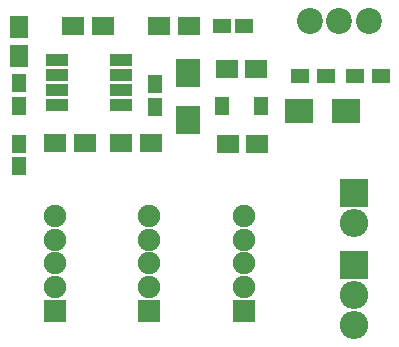
<source format=gts>
G04 #@! TF.FileFunction,Soldermask,Top*
%FSLAX46Y46*%
G04 Gerber Fmt 4.6, Leading zero omitted, Abs format (unit mm)*
G04 Created by KiCad (PCBNEW 4.0.4-1.fc24-product) date Fri Jan 12 13:21:34 2018*
%MOMM*%
%LPD*%
G01*
G04 APERTURE LIST*
%ADD10C,0.100000*%
%ADD11R,2.400000X2.000000*%
%ADD12R,1.150000X1.600000*%
%ADD13R,1.650000X1.900000*%
%ADD14R,2.000000X2.400000*%
%ADD15R,1.900000X1.650000*%
%ADD16R,1.600000X1.150000*%
%ADD17R,1.950000X1.000000*%
%ADD18R,1.600000X1.300000*%
%ADD19R,1.310000X1.620000*%
%ADD20O,2.398980X2.398980*%
%ADD21R,2.398980X2.398980*%
%ADD22R,1.900000X1.900000*%
%ADD23C,1.900000*%
%ADD24C,2.200000*%
G04 APERTURE END LIST*
D10*
D11*
X181700000Y-59600000D03*
X177700000Y-59600000D03*
D12*
X154000000Y-57250000D03*
X154000000Y-59150000D03*
D13*
X154000000Y-54950000D03*
X154000000Y-52450000D03*
D12*
X165500000Y-57350000D03*
X165500000Y-59250000D03*
D14*
X168300000Y-56400000D03*
X168300000Y-60400000D03*
D15*
X157050000Y-62300000D03*
X159550000Y-62300000D03*
D12*
X154000000Y-62350000D03*
X154000000Y-64250000D03*
D15*
X168350000Y-52400000D03*
X165850000Y-52400000D03*
D16*
X171150000Y-52400000D03*
X173050000Y-52400000D03*
D17*
X157200000Y-55295000D03*
X157200000Y-56565000D03*
X157200000Y-57835000D03*
X157200000Y-59105000D03*
X162600000Y-59105000D03*
X162600000Y-57835000D03*
X162600000Y-56565000D03*
X162600000Y-55295000D03*
D15*
X171550000Y-56000000D03*
X174050000Y-56000000D03*
X165150000Y-62300000D03*
X162650000Y-62300000D03*
X171650000Y-62400000D03*
X174150000Y-62400000D03*
D18*
X177800000Y-56600000D03*
X180000000Y-56600000D03*
X182400000Y-56600000D03*
X184600000Y-56600000D03*
D19*
X171165000Y-59200000D03*
X174435000Y-59200000D03*
D15*
X158550000Y-52400000D03*
X161050000Y-52400000D03*
D20*
X182300000Y-77680000D03*
D21*
X182300000Y-72600000D03*
D20*
X182300000Y-75140000D03*
X182300000Y-69040000D03*
D21*
X182300000Y-66500000D03*
D22*
X173000000Y-76500000D03*
D23*
X173000000Y-74500000D03*
X173000000Y-72500000D03*
X173000000Y-70500000D03*
X173000000Y-68500000D03*
D22*
X157000000Y-76500000D03*
D23*
X157000000Y-74500000D03*
X157000000Y-72500000D03*
X157000000Y-70500000D03*
X157000000Y-68500000D03*
D22*
X165000000Y-76500000D03*
D23*
X165000000Y-74500000D03*
X165000000Y-72500000D03*
X165000000Y-70500000D03*
X165000000Y-68500000D03*
D24*
X178600000Y-52000000D03*
X181100000Y-52000000D03*
X183600000Y-52000000D03*
M02*

</source>
